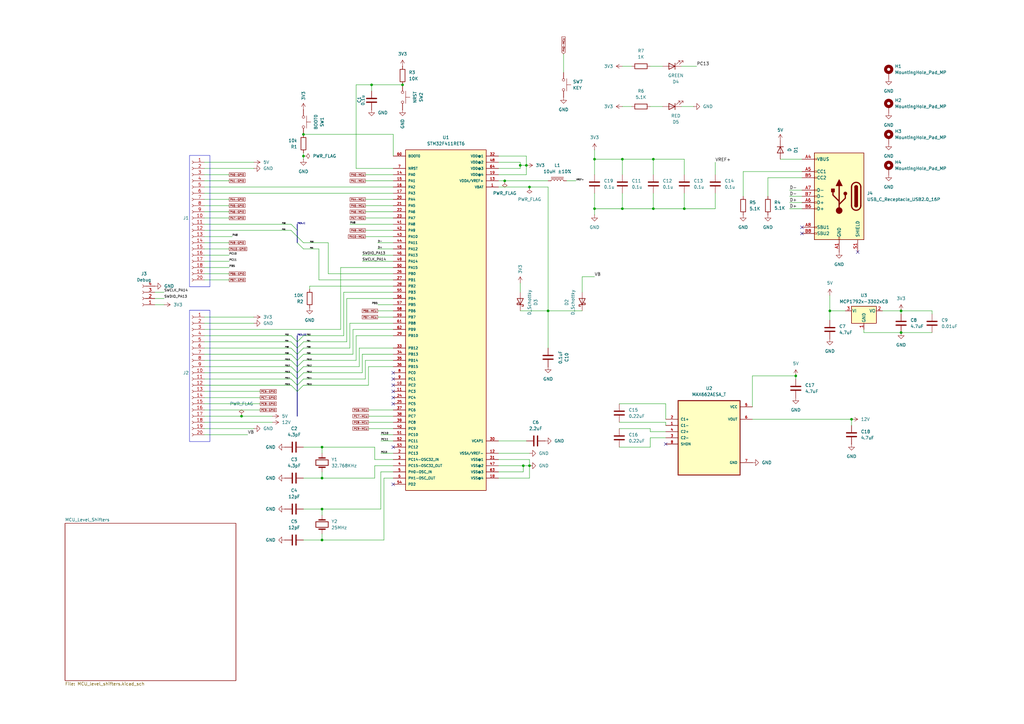
<source format=kicad_sch>
(kicad_sch (version 20250114) (generator "eeschema") (generator_version "9.0")
  (paper "A3")
  (rectangle (start 77.724 63.754) (end 86.106 117.602))
  (rectangle (start 77.724 127.254) (end 86.106 181.102))
  (junction (at 213.36 67.818))
  (junction (at 340.36 127.508))
  (junction (at 369.57 127.508))
  (junction (at 165.1 34.798))
  (junction (at 132.08 208.788))
  (junction (at 99.06 170.688))
  (junction (at 267.97 65.278))
  (junction (at 255.27 65.278))
  (junction (at 349.25 171.958))
  (junction (at 243.84 65.278))
  (junction (at 217.17 76.708))
  (junction (at 255.27 85.598))
  (junction (at 124.46 64.008))
  (junction (at 124.46 55.118))
  (junction (at 326.39 154.178))
  (junction (at 267.97 85.598))
  (junction (at 152.4 34.798))
  (junction (at 215.9 67.818))
  (junction (at 243.84 85.598))
  (junction (at 207.01 74.168))
  (junction (at 132.08 221.488))
  (junction (at 224.79 127.508))
  (junction (at 369.57 136.398))
  (junction (at 132.08 183.388))
  (junction (at 214.63 191.008))
  (junction (at 132.08 196.088))
  (junction (at 217.17 191.008))
  (junction (at 280.67 85.598))
  (no_connect (at 161.29 165.608))
  (no_connect (at 161.29 163.068))
  (no_connect (at 328.93 95.758))
  (no_connect (at 273.05 182.118))
  (no_connect (at 161.29 152.908))
  (no_connect (at 161.29 155.448))
  (no_connect (at 161.29 183.388))
  (no_connect (at 328.93 93.218))
  (no_connect (at 161.29 160.528))
  (no_connect (at 161.29 157.988))
  (no_connect (at 351.79 103.378))
  (no_connect (at 161.29 198.628))
  (bus_entry (at 121.92 155.448) (size 2.54 -2.54))
  (bus_entry (at 119.38 147.828) (size 2.54 2.54))
  (bus_entry (at 121.92 142.748) (size -2.54 -2.54))
  (bus_entry (at 119.38 150.368) (size 2.54 2.54))
  (bus_entry (at 119.38 145.288) (size 2.54 2.54))
  (bus_entry (at 121.92 152.908) (size 2.54 -2.54))
  (bus_entry (at 121.92 140.208) (size -2.54 -2.54))
  (bus_entry (at 119.38 152.908) (size 2.54 2.54))
  (bus_entry (at 121.92 160.528) (size 2.54 -2.54))
  (bus_entry (at 119.38 91.948) (size 2.54 2.54))
  (bus_entry (at 119.38 94.488) (size 2.54 2.54))
  (bus_entry (at 121.92 150.368) (size 2.54 -2.54))
  (bus_entry (at 121.92 147.828) (size 2.54 -2.54))
  (bus_entry (at 119.38 157.988) (size 2.54 2.54))
  (bus_entry (at 121.92 145.288) (size 2.54 -2.54))
  (bus_entry (at 121.92 97.028) (size 2.54 2.54))
  (bus_entry (at 121.92 157.988) (size 2.54 -2.54))
  (bus_entry (at 121.92 142.748) (size 2.54 -2.54))
  (bus_entry (at 119.38 142.748) (size 2.54 2.54))
  (bus_entry (at 121.92 140.208) (size 2.54 -2.54))
  (bus_entry (at 124.46 102.108) (size -2.54 -2.54))
  (bus_entry (at 119.38 155.448) (size 2.54 2.54))
  (wire (pts (xy 161.29 135.128) (xy 144.78 135.128)))
  (wire (pts (xy 151.13 168.148) (xy 161.29 168.148)))
  (bus (pts (xy 121.92 142.748) (xy 121.92 145.288)))
  (wire (pts (xy 161.29 191.008) (xy 153.67 191.008)))
  (wire (pts (xy 243.84 79.248) (xy 243.84 85.598)))
  (wire (pts (xy 382.27 127.508) (xy 382.27 128.778)))
  (wire (pts (xy 63.5 122.428) (xy 67.31 122.428)))
  (wire (pts (xy 148.59 152.908) (xy 124.46 152.908)))
  (wire (pts (xy 224.79 127.508) (xy 238.76 127.508)))
  (wire (pts (xy 140.97 119.888) (xy 140.97 137.668)))
  (wire (pts (xy 83.82 86.868) (xy 93.98 86.868)))
  (wire (pts (xy 83.82 104.648) (xy 93.98 104.648)))
  (wire (pts (xy 207.01 74.168) (xy 224.79 74.168)))
  (wire (pts (xy 346.71 127.508) (xy 340.36 127.508)))
  (wire (pts (xy 224.79 127.508) (xy 224.79 142.748)))
  (wire (pts (xy 369.57 127.508) (xy 369.57 128.778)))
  (wire (pts (xy 323.85 80.518) (xy 328.93 80.518)))
  (wire (pts (xy 204.47 71.628) (xy 215.9 71.628)))
  (wire (pts (xy 149.86 94.488) (xy 161.29 94.488)))
  (wire (pts (xy 83.82 152.908) (xy 119.38 152.908)))
  (wire (pts (xy 213.36 69.088) (xy 213.36 67.818)))
  (wire (pts (xy 154.94 127.508) (xy 161.29 127.508)))
  (bus (pts (xy 121.92 155.448) (xy 121.92 157.988)))
  (wire (pts (xy 217.17 76.708) (xy 224.79 76.708)))
  (wire (pts (xy 151.13 175.768) (xy 161.29 175.768)))
  (wire (pts (xy 83.82 66.548) (xy 104.14 66.548)))
  (wire (pts (xy 204.47 64.008) (xy 215.9 64.008)))
  (wire (pts (xy 149.86 74.168) (xy 161.29 74.168)))
  (wire (pts (xy 361.95 127.508) (xy 369.57 127.508)))
  (wire (pts (xy 266.7 177.038) (xy 266.7 175.768)))
  (wire (pts (xy 217.17 196.088) (xy 217.17 191.008)))
  (wire (pts (xy 280.67 85.598) (xy 293.37 85.598)))
  (wire (pts (xy 83.82 97.028) (xy 95.25 97.028)))
  (wire (pts (xy 144.78 135.128) (xy 144.78 145.288)))
  (wire (pts (xy 83.82 137.668) (xy 119.38 137.668)))
  (wire (pts (xy 267.97 85.598) (xy 267.97 79.248)))
  (wire (pts (xy 143.51 142.748) (xy 124.46 142.748)))
  (wire (pts (xy 127 117.348) (xy 127 118.618)))
  (wire (pts (xy 132.08 208.788) (xy 156.21 208.788)))
  (wire (pts (xy 266.7 183.388) (xy 254 183.388)))
  (bus (pts (xy 121.92 145.288) (xy 121.92 147.828)))
  (wire (pts (xy 231.14 22.098) (xy 231.14 29.718)))
  (wire (pts (xy 255.27 65.278) (xy 255.27 71.628)))
  (wire (pts (xy 124.46 55.118) (xy 161.29 55.118)))
  (wire (pts (xy 83.82 145.288) (xy 119.38 145.288)))
  (wire (pts (xy 266.7 27.178) (xy 271.78 27.178)))
  (wire (pts (xy 156.21 208.788) (xy 156.21 193.548)))
  (wire (pts (xy 63.5 124.968) (xy 67.31 124.968)))
  (wire (pts (xy 83.82 165.608) (xy 106.68 165.608)))
  (wire (pts (xy 134.62 112.268) (xy 161.29 112.268)))
  (bus (pts (xy 121.92 152.908) (xy 121.92 155.448)))
  (wire (pts (xy 146.05 69.088) (xy 161.29 69.088)))
  (wire (pts (xy 243.84 61.468) (xy 243.84 65.278)))
  (wire (pts (xy 323.85 85.598) (xy 328.93 85.598)))
  (wire (pts (xy 144.78 145.288) (xy 124.46 145.288)))
  (wire (pts (xy 267.97 85.598) (xy 280.67 85.598)))
  (wire (pts (xy 224.79 76.708) (xy 224.79 127.508)))
  (wire (pts (xy 83.82 112.268) (xy 93.98 112.268)))
  (wire (pts (xy 151.13 170.688) (xy 161.29 170.688)))
  (wire (pts (xy 243.84 85.598) (xy 243.84 88.138)))
  (wire (pts (xy 255.27 85.598) (xy 267.97 85.598)))
  (wire (pts (xy 101.6 178.308) (xy 83.82 178.308)))
  (wire (pts (xy 204.47 188.468) (xy 217.17 188.468)))
  (wire (pts (xy 124.46 221.488) (xy 132.08 221.488)))
  (wire (pts (xy 161.29 122.428) (xy 142.24 122.428)))
  (wire (pts (xy 273.05 173.228) (xy 273.05 174.498)))
  (wire (pts (xy 238.76 113.538) (xy 238.76 119.888)))
  (wire (pts (xy 349.25 174.498) (xy 349.25 171.958)))
  (wire (pts (xy 326.39 154.178) (xy 326.39 155.448)))
  (wire (pts (xy 161.29 55.118) (xy 161.29 64.008)))
  (wire (pts (xy 149.86 97.028) (xy 161.29 97.028)))
  (wire (pts (xy 213.36 66.548) (xy 213.36 67.818)))
  (wire (pts (xy 255.27 79.248) (xy 255.27 85.598)))
  (wire (pts (xy 153.67 191.008) (xy 153.67 196.088)))
  (wire (pts (xy 124.46 64.008) (xy 124.46 62.738)))
  (wire (pts (xy 130.81 114.808) (xy 130.81 102.108)))
  (wire (pts (xy 323.85 83.058) (xy 328.93 83.058)))
  (wire (pts (xy 255.27 27.178) (xy 259.08 27.178)))
  (wire (pts (xy 280.67 85.598) (xy 280.67 79.248)))
  (wire (pts (xy 83.82 89.408) (xy 93.98 89.408)))
  (wire (pts (xy 161.29 188.468) (xy 153.67 188.468)))
  (wire (pts (xy 146.05 137.668) (xy 146.05 147.828)))
  (wire (pts (xy 255.27 43.688) (xy 259.08 43.688)))
  (wire (pts (xy 83.82 157.988) (xy 119.38 157.988)))
  (wire (pts (xy 161.29 142.748) (xy 147.32 142.748)))
  (wire (pts (xy 161.29 109.728) (xy 139.7 109.728)))
  (wire (pts (xy 154.94 124.968) (xy 161.29 124.968)))
  (wire (pts (xy 215.9 64.008) (xy 215.9 67.818)))
  (wire (pts (xy 156.21 180.848) (xy 161.29 180.848)))
  (wire (pts (xy 124.46 208.788) (xy 132.08 208.788)))
  (bus (pts (xy 121.92 140.208) (xy 121.92 142.748)))
  (wire (pts (xy 83.82 102.108) (xy 93.98 102.108)))
  (wire (pts (xy 104.14 130.048) (xy 83.82 130.048)))
  (wire (pts (xy 255.27 65.278) (xy 243.84 65.278)))
  (wire (pts (xy 232.41 74.168) (xy 236.22 74.168)))
  (wire (pts (xy 152.4 37.338) (xy 152.4 34.798)))
  (wire (pts (xy 161.29 145.288) (xy 148.59 145.288)))
  (wire (pts (xy 369.57 127.508) (xy 382.27 127.508)))
  (wire (pts (xy 83.82 135.128) (xy 139.7 135.128)))
  (wire (pts (xy 149.86 155.448) (xy 124.46 155.448)))
  (wire (pts (xy 83.82 109.728) (xy 93.98 109.728)))
  (wire (pts (xy 140.97 137.668) (xy 124.46 137.668)))
  (wire (pts (xy 161.29 147.828) (xy 149.86 147.828)))
  (wire (pts (xy 243.84 113.538) (xy 238.76 113.538)))
  (wire (pts (xy 293.37 85.598) (xy 293.37 79.248)))
  (wire (pts (xy 161.29 119.888) (xy 140.97 119.888)))
  (wire (pts (xy 124.46 196.088) (xy 132.08 196.088)))
  (wire (pts (xy 267.97 65.278) (xy 255.27 65.278)))
  (wire (pts (xy 369.57 136.398) (xy 382.27 136.398)))
  (wire (pts (xy 214.63 193.548) (xy 214.63 191.008)))
  (wire (pts (xy 83.82 114.808) (xy 93.98 114.808)))
  (wire (pts (xy 130.81 114.808) (xy 161.29 114.808)))
  (wire (pts (xy 204.47 76.708) (xy 217.17 76.708)))
  (wire (pts (xy 143.51 132.588) (xy 143.51 142.748)))
  (wire (pts (xy 354.33 135.128) (xy 354.33 136.398)))
  (wire (pts (xy 83.82 74.168) (xy 93.98 74.168)))
  (wire (pts (xy 204.47 193.548) (xy 214.63 193.548)))
  (wire (pts (xy 83.82 91.948) (xy 119.38 91.948)))
  (wire (pts (xy 153.67 183.388) (xy 132.08 183.388)))
  (wire (pts (xy 157.48 221.488) (xy 157.48 196.088)))
  (bus (pts (xy 121.92 150.368) (xy 121.92 152.908)))
  (wire (pts (xy 83.82 147.828) (xy 119.38 147.828)))
  (bus (pts (xy 121.92 97.028) (xy 121.92 99.568)))
  (wire (pts (xy 148.59 145.288) (xy 148.59 152.908)))
  (wire (pts (xy 154.94 102.108) (xy 161.29 102.108)))
  (wire (pts (xy 161.29 117.348) (xy 127 117.348)))
  (wire (pts (xy 308.61 154.178) (xy 326.39 154.178)))
  (wire (pts (xy 154.94 130.048) (xy 161.29 130.048)))
  (wire (pts (xy 124.46 102.108) (xy 130.81 102.108)))
  (wire (pts (xy 308.61 154.178) (xy 308.61 166.878)))
  (wire (pts (xy 83.82 142.748) (xy 119.38 142.748)))
  (wire (pts (xy 83.82 94.488) (xy 119.38 94.488)))
  (wire (pts (xy 273.05 177.038) (xy 266.7 177.038)))
  (wire (pts (xy 146.05 69.088) (xy 146.05 34.798)))
  (wire (pts (xy 308.61 171.958) (xy 349.25 171.958)))
  (wire (pts (xy 280.67 65.278) (xy 267.97 65.278)))
  (wire (pts (xy 83.82 71.628) (xy 93.98 71.628)))
  (bus (pts (xy 121.92 91.948) (xy 121.92 94.488)))
  (wire (pts (xy 83.82 150.368) (xy 119.38 150.368)))
  (wire (pts (xy 63.5 119.888) (xy 67.31 119.888)))
  (wire (pts (xy 279.4 43.688) (xy 284.48 43.688)))
  (wire (pts (xy 266.7 175.768) (xy 254 175.768)))
  (wire (pts (xy 149.86 71.628) (xy 161.29 71.628)))
  (wire (pts (xy 142.24 122.428) (xy 142.24 140.208)))
  (wire (pts (xy 83.82 76.708) (xy 161.29 76.708)))
  (wire (pts (xy 279.4 27.178) (xy 285.75 27.178)))
  (wire (pts (xy 213.36 127.508) (xy 224.79 127.508)))
  (wire (pts (xy 266.7 43.688) (xy 271.78 43.688)))
  (wire (pts (xy 213.36 67.818) (xy 215.9 67.818)))
  (wire (pts (xy 328.93 70.358) (xy 304.8 70.358)))
  (wire (pts (xy 273.05 165.608) (xy 254 165.608)))
  (wire (pts (xy 83.82 107.188) (xy 93.98 107.188)))
  (wire (pts (xy 146.05 34.798) (xy 152.4 34.798)))
  (wire (pts (xy 280.67 71.628) (xy 280.67 65.278)))
  (wire (pts (xy 273.05 173.228) (xy 254 173.228)))
  (bus (pts (xy 121.92 147.828) (xy 121.92 150.368)))
  (wire (pts (xy 124.46 65.278) (xy 124.46 64.008)))
  (wire (pts (xy 151.13 150.368) (xy 151.13 157.988)))
  (wire (pts (xy 142.24 140.208) (xy 124.46 140.208)))
  (wire (pts (xy 304.8 70.358) (xy 304.8 80.518)))
  (wire (pts (xy 156.21 178.308) (xy 161.29 178.308)))
  (wire (pts (xy 204.47 69.088) (xy 213.36 69.088)))
  (wire (pts (xy 148.59 107.188) (xy 161.29 107.188)))
  (wire (pts (xy 149.86 84.328) (xy 161.29 84.328)))
  (wire (pts (xy 273.05 179.578) (xy 266.7 179.578)))
  (wire (pts (xy 204.47 180.848) (xy 215.9 180.848)))
  (wire (pts (xy 104.14 175.768) (xy 83.82 175.768)))
  (wire (pts (xy 132.08 208.788) (xy 132.08 211.328)))
  (wire (pts (xy 153.67 196.088) (xy 132.08 196.088)))
  (wire (pts (xy 152.4 34.798) (xy 165.1 34.798)))
  (wire (pts (xy 83.82 160.528) (xy 106.68 160.528)))
  (wire (pts (xy 147.32 142.748) (xy 147.32 150.368)))
  (wire (pts (xy 124.46 99.568) (xy 134.62 99.568)))
  (wire (pts (xy 161.29 132.588) (xy 143.51 132.588)))
  (wire (pts (xy 204.47 185.928) (xy 217.17 185.928)))
  (wire (pts (xy 273.05 171.958) (xy 273.05 165.608)))
  (wire (pts (xy 153.67 188.468) (xy 153.67 183.388)))
  (wire (pts (xy 204.47 191.008) (xy 214.63 191.008)))
  (wire (pts (xy 328.93 72.898) (xy 314.96 72.898)))
  (wire (pts (xy 124.46 183.388) (xy 132.08 183.388)))
  (wire (pts (xy 204.47 74.168) (xy 207.01 74.168)))
  (wire (pts (xy 243.84 85.598) (xy 255.27 85.598)))
  (wire (pts (xy 161.29 150.368) (xy 151.13 150.368)))
  (wire (pts (xy 139.7 109.728) (xy 139.7 135.128)))
  (wire (pts (xy 83.82 99.568) (xy 93.98 99.568)))
  (wire (pts (xy 204.47 66.548) (xy 213.36 66.548)))
  (wire (pts (xy 204.47 196.088) (xy 217.17 196.088)))
  (bus (pts (xy 121.92 137.668) (xy 121.92 140.208)))
  (wire (pts (xy 143.51 91.948) (xy 161.29 91.948)))
  (wire (pts (xy 146.05 147.828) (xy 124.46 147.828)))
  (wire (pts (xy 340.36 121.158) (xy 340.36 127.508)))
  (wire (pts (xy 83.82 79.248) (xy 161.29 79.248)))
  (wire (pts (xy 149.86 147.828) (xy 149.86 155.448)))
  (wire (pts (xy 293.37 66.548) (xy 293.37 71.628)))
  (wire (pts (xy 323.85 77.978) (xy 328.93 77.978)))
  (wire (pts (xy 83.82 81.788) (xy 93.98 81.788)))
  (wire (pts (xy 314.96 72.898) (xy 314.96 80.518)))
  (bus (pts (xy 121.92 160.528) (xy 121.92 170.688)))
  (wire (pts (xy 83.82 173.228) (xy 111.76 173.228)))
  (wire (pts (xy 243.84 65.278) (xy 243.84 71.628)))
  (wire (pts (xy 151.13 173.228) (xy 161.29 173.228)))
  (wire (pts (xy 83.82 140.208) (xy 119.38 140.208)))
  (wire (pts (xy 83.82 84.328) (xy 93.98 84.328)))
  (bus (pts (xy 121.92 94.488) (xy 121.92 97.028)))
  (wire (pts (xy 132.08 196.088) (xy 132.08 193.548)))
  (wire (pts (xy 217.17 188.468) (xy 217.17 191.008)))
  (wire (pts (xy 132.08 218.948) (xy 132.08 221.488)))
  (wire (pts (xy 215.9 71.628) (xy 215.9 67.818)))
  (wire (pts (xy 147.32 150.368) (xy 124.46 150.368)))
  (wire (pts (xy 111.76 170.688) (xy 99.06 170.688)))
  (wire (pts (xy 83.82 155.448) (xy 119.38 155.448)))
  (wire (pts (xy 151.13 157.988) (xy 124.46 157.988)))
  (wire (pts (xy 154.94 99.568) (xy 161.29 99.568)))
  (wire (pts (xy 104.14 132.588) (xy 83.82 132.588)))
  (bus (pts (xy 121.92 157.988) (xy 121.92 160.528)))
  (wire (pts (xy 132.08 185.928) (xy 132.08 183.388)))
  (wire (pts (xy 161.29 196.088) (xy 157.48 196.088)))
  (wire (pts (xy 132.08 221.488) (xy 157.48 221.488)))
  (wire (pts (xy 99.06 170.688) (xy 83.82 170.688)))
  (wire (pts (xy 149.86 81.788) (xy 161.29 81.788)))
  (wire (pts (xy 148.59 104.648) (xy 161.29 104.648)))
  (wire (pts (xy 161.29 137.668) (xy 146.05 137.668)))
  (wire (pts (xy 213.36 116.078) (xy 213.36 119.888)))
  (wire (pts (xy 134.62 112.268) (xy 134.62 99.568)))
  (wire (pts (xy 161.29 193.548) (xy 156.21 193.548)))
  (wire (pts (xy 149.86 86.868) (xy 161.29 86.868)))
  (wire (pts (xy 214.63 191.008) (xy 217.17 191.008)))
  (wire (pts (xy 267.97 65.278) (xy 267.97 71.628)))
  (wire (pts (xy 149.86 89.408) (xy 161.29 89.408)))
  (wire (pts (xy 354.33 136.398) (xy 369.57 136.398)))
  (wire (pts (xy 83.82 168.148) (xy 106.68 168.148)))
  (wire (pts (xy 156.21 185.928) (xy 161.29 185.928)))
  (wire (pts (xy 83.82 163.068) (xy 106.68 163.068)))
  (wire (pts (xy 320.04 65.278) (xy 328.93 65.278)))
  (wire (pts (xy 340.36 127.508) (xy 340.36 131.318)))
  (wire (pts (xy 266.7 179.578) (xy 266.7 183.388)))
  (wire (pts (xy 83.82 69.088) (xy 104.14 69.088)))
  (label "VB" (at 243.84 113.538 0))
  (label "PC13" (at 285.75 27.178 0))
  (label "D-" (at 154.94 99.568 0) (effects (font (size 0.762 0.762))))
  (label "D+" (at 323.85 83.058 0))
  (label "PB10" (at 116.84 147.828 0) (effects (font (size 0.508 0.508))))
  (label "PB9" (at 116.84 145.288 0) (effects (font (size 0.508 0.508))))
  (label "D-" (at 323.85 80.518 0))
  (label "PB0" (at 127 99.568 0) (effects (font (size 0.508 0.508))))
  (label "PB4" (at 125.73 140.208 0) (effects (font (size 0.508 0.508))))
  (label "PC10" (at 156.21 178.308 0) (effects (font (size 0.762 0.762))))
  (label "PB10" (at 125.73 147.828 0) (effects (font (size 0.508 0.508))))
  (label "D+" (at 323.85 85.598 0))
  (label "PB12" (at 125.73 150.368 0) (effects (font (size 0.508 0.508))))
  (label "PB3" (at 116.84 137.668 0) (effects (font (size 0.508 0.508))))
  (label "SWCLK_PA14" (at 148.59 107.188 0) (effects (font (size 1.016 1.016))))
  (label "PB0" (at 115.57 91.948 0) (effects (font (size 0.508 0.508))))
  (label "PA8" (at 95.25 97.028 0) (effects (font (size 0.762 0.762))))
  (label "PB4" (at 116.84 140.208 0) (effects (font (size 0.508 0.508))))
  (label "SWDIO_PA13" (at 148.59 104.648 0) (effects (font (size 1.016 1.016))))
  (label "SWCLK_PA14" (at 67.31 119.888 0) (effects (font (size 1.016 1.016))))
  (label "D-" (at 323.85 77.978 0))
  (label "PB15" (at 116.84 157.988 0) (effects (font (size 0.508 0.508))))
  (label "PB8" (at 125.73 142.748 0) (effects (font (size 0.508 0.508))))
  (label "VREF+" (at 293.37 66.548 0))
  (label "VB" (at 101.6 178.308 0))
  (label "PB12" (at 116.84 150.368 0) (effects (font (size 0.508 0.508))))
  (label "PB5" (at 93.98 109.728 0) (effects (font (size 0.762 0.762))))
  (label "SWDIO_PA13" (at 67.31 122.428 0) (effects (font (size 1.016 1.016))))
  (label "PB13" (at 116.84 152.908 0) (effects (font (size 0.508 0.508))))
  (label "PC10" (at 93.98 104.648 0) (effects (font (size 0.762 0.762))))
  (label "PB9" (at 125.73 145.288 0) (effects (font (size 0.508 0.508))))
  (label "PB[0..1]" (at 121.92 91.948 0) (effects (font (size 0.508 0.508))))
  (label "PB3" (at 125.73 137.668 0) (effects (font (size 0.508 0.508))))
  (label "D+" (at 154.94 102.108 0) (effects (font (size 0.762 0.762))))
  (label "PB[3..15]" (at 121.92 137.668 0) (effects (font (size 0.508 0.508))))
  (label "PB13" (at 125.73 152.908 0) (effects (font (size 0.508 0.508))))
  (label "PB15" (at 125.73 157.988 0) (effects (font (size 0.508 0.508))))
  (label "PB5" (at 154.94 124.968 180) (effects (font (size 0.762 0.762))))
  (label "PB8" (at 116.84 142.748 0) (effects (font (size 0.508 0.508))))
  (label "PC11" (at 93.98 107.188 0) (effects (font (size 0.762 0.762))))
  (label "PB14" (at 116.84 155.448 0) (effects (font (size 0.508 0.508))))
  (label "PB1" (at 115.57 94.488 0) (effects (font (size 0.508 0.508))))
  (label "VREF+" (at 236.22 74.168 0) (effects (font (size 0.635 0.635))))
  (label "PC13" (at 156.21 185.928 0) (effects (font (size 0.635 0.635))))
  (label "PB14" (at 125.73 155.448 0) (effects (font (size 0.508 0.508))))
  (label "PA8" (at 143.51 91.948 0) (effects (font (size 0.762 0.762))))
  (label "PC11" (at 156.21 180.848 0) (effects (font (size 0.762 0.762))))
  (label "PB1" (at 127 102.108 0) (effects (font (size 0.508 0.508))))
  (global_label "PC8-GPIO" (shape passive) (at 106.68 165.608 0) (effects (font (size 0.762 0.762))) (property "Intersheetrefs" "${INTERSHEET_REFS}" (effects (hide yes))))
  (global_label "PC7-GPIO" (shape passive) (at 106.68 163.068 0) (effects (font (size 0.762 0.762))) (property "Intersheetrefs" "${INTERSHEET_REFS}" (effects (hide yes))))
  (global_label "PA0-GPIO" (shape passive) (at 93.98 71.628 0) (effects (font (size 0.762 0.762))) (property "Intersheetrefs" "${INTERSHEET_REFS}" (effects (hide yes))))
  (global_label "PA10-GPIO" (shape passive) (at 93.98 102.108 0) (effects (font (size 0.762 0.762))) (property "Intersheetrefs" "${INTERSHEET_REFS}" (effects (hide yes))))
  (global_label "PB6-MCU" (shape passive) (at 154.94 127.508 180) (effects (font (size 0.762 0.762))) (property "Intersheetrefs" "${INTERSHEET_REFS}" (effects (hide yes))))
  (global_label "PA4-GPIO" (shape passive) (at 93.98 81.788 0) (effects (font (size 0.762 0.762))) (property "Intersheetrefs" "${INTERSHEET_REFS}" (effects (hide yes))))
  (global_label "PC7-MCU" (shape passive) (at 151.13 170.688 180) (effects (font (size 0.762 0.762))) (property "Intersheetrefs" "${INTERSHEET_REFS}" (effects (hide yes))))
  (global_label "PA6-MCU" (shape passive) (at 149.86 86.868 180) (effects (font (size 0.762 0.762))) (property "Intersheetrefs" "${INTERSHEET_REFS}" (effects (hide yes))))
  (global_label "PB7-GPIO" (shape passive) (at 93.98 114.808 0) (effects (font (size 0.762 0.762))) (property "Intersheetrefs" "${INTERSHEET_REFS}" (effects (hide yes))))
  (global_label "PA10-MCU" (shape passive) (at 149.86 97.028 180) (effects (font (size 0.762 0.762))) (property "Intersheetrefs" "${INTERSHEET_REFS}" (effects (hide yes))))
  (global_label "PC9-GPIO" (shape passive) (at 106.68 168.148 0) (effects (font (size 0.762 0.762))) (property "Intersheetrefs" "${INTERSHEET_REFS}" (effects (hide yes))))
  (global_label "PA5-MCU" (shape passive) (at 149.86 84.328 180) (effects (font (size 0.762 0.762))) (property "Intersheetrefs" "${INTERSHEET_REFS}" (effects (hide yes))))
  (global_label "PA5-GPIO" (shape passive) (at 93.98 84.328 0) (effects (font (size 0.762 0.762))) (property "Intersheetrefs" "${INTERSHEET_REFS}" (effects (hide yes))))
  (global_label "PA4-MCU" (shape passive) (at 149.86 81.788 180) (effects (font (size 0.762 0.762))) (property "Intersheetrefs" "${INTERSHEET_REFS}" (effects (hide yes))))
  (global_label "PC6-MCU" (shape passive) (at 151.13 168.148 180) (effects (font (size 0.762 0.762))) (property "Intersheetrefs" "${INTERSHEET_REFS}" (effects (hide yes))))
  (global_label "PA0-MCU" (shape passive) (at 149.86 71.628 180) (effects (font (size 0.762 0.762))) (property "Intersheetrefs" "${INTERSHEET_REFS}" (effects (hide yes))))
  (global_label "PA7-MCU" (shape passive) (at 149.86 89.408 180) (effects (font (size 0.762 0.762))) (property "Intersheetrefs" "${INTERSHEET_REFS}" (effects (hide yes))))
  (global_label "PC9-MCU" (shape passive) (at 151.13 175.768 180) (effects (font (size 0.762 0.762))) (property "Intersheetrefs" "${INTERSHEET_REFS}" (effects (hide yes))))
  (global_label "PC8-MCU" (shape passive) (at 151.13 173.228 180) (effects (font (size 0.762 0.762))) (property "Intersheetrefs" "${INTERSHEET_REFS}" (effects (hide yes))))
  (global_label "PC6-GPIO" (shape passive) (at 106.68 160.528 0) (effects (font (size 0.762 0.762))) (property "Intersheetrefs" "${INTERSHEET_REFS}" (effects (hide yes))))
  (global_label "PA1-GPIO" (shape passive) (at 93.98 74.168 0) (effects (font (size 0.762 0.762))) (property "Intersheetrefs" "${INTERSHEET_REFS}" (effects (hide yes))))
  (global_label "PA6-GPIO" (shape passive) (at 93.98 86.868 0) (effects (font (size 0.762 0.762))) (property "Intersheetrefs" "${INTERSHEET_REFS}" (effects (hide yes))))
  (global_label "PA9-GPIO" (shape passive) (at 93.98 99.568 0) (effects (font (size 0.762 0.762))) (property "Intersheetrefs" "${INTERSHEET_REFS}" (effects (hide yes))))
  (global_label "PA7-GPIO" (shape passive) (at 93.98 89.408 0) (effects (font (size 0.762 0.762))) (property "Intersheetrefs" "${INTERSHEET_REFS}" (effects (hide yes))))
  (global_label "PA1-MCU" (shape passive) (at 149.86 74.168 180) (effects (font (size 0.762 0.762))) (property "Intersheetrefs" "${INTERSHEET_REFS}" (effects (hide yes))))
  (global_label "PB6-GPIO" (shape passive) (at 93.98 112.268 0) (effects (font (size 0.762 0.762))) (property "Intersheetrefs" "${INTERSHEET_REFS}" (effects (hide yes))))
  (global_label "PB7-MCU" (shape passive) (at 154.94 130.048 180) (effects (font (size 0.762 0.762))) (property "Intersheetrefs" "${INTERSHEET_REFS}" (effects (hide yes))))
  (global_label "PA9-MCU" (shape passive) (at 149.86 94.488 180) (effects (font (size 0.762 0.762))) (property "Intersheetrefs" "${INTERSHEET_REFS}" (effects (hide yes))))
  (global_label "PA0-MCU" (shape input) (at 231.14 22.098 90) (effects (font (size 0.762 0.762))) (property "Intersheetrefs" "${INTERSHEET_REFS}" (effects (hide yes))))
  (symbol (lib_id "power:GND") (at 152.4 44.958 0) (unit 1)
    (property "Reference" "#PWR012" (effects (hide yes)))
    (property "Value" "GND" (at 154.94 46.2279 0) (effects (justify left)))
    (property "Description" "Power symbol creates a global label with name \"GND\" , ground" (effects (hide yes)))
  )
  (symbol (lib_id "power:VCC") (at 369.57 127.508 0) (unit 1)
    (property "Reference" "#PWR043" (effects (hide yes)))
    (property "Value" "3V3" (at 369.57 122.428 0))
    (property "Description" "Power symbol creates a global label with name \"VCC\"" (effects (hide yes)))
  )
  (symbol (lib_id "Device:C") (at 120.65 208.788 90) (unit 1)
    (property "Reference" "C4" (at 120.65 201.168 90))
    (property "Value" "12pF" (at 120.65 203.708 90))
    (property "Footprint" "Capacitor_SMD:C_0603_1608Metric_Pad1.08x0.95mm_HandSolder" (effects (hide yes)))
    (property "Description" "Unpolarized capacitor" (effects (hide yes)))
  )
  (symbol (lib_id "power:GND") (at 223.52 180.848 90) (unit 1)
    (property "Reference" "#PWR018" (effects (hide yes)))
    (property "Value" "GND" (at 227.33 180.8479 90) (effects (justify right)))
    (property "Description" "Power symbol creates a global label with name \"GND\" , ground" (effects (hide yes)))
  )
  (symbol (lib_id "Device:C") (at 293.37 75.438 0) (unit 1)
    (property "Reference" "C14" (at 297.18 74.1679 0) (effects (justify left)))
    (property "Value" "0.1u" (at 297.18 76.7079 0) (effects (justify left)))
    (property "Footprint" "Capacitor_SMD:C_0603_1608Metric_Pad1.08x0.95mm_HandSolder" (effects (hide yes)))
    (property "Description" "Unpolarized capacitor" (effects (hide yes)))
  )
  (symbol (lib_id "power:VCC") (at 349.25 171.958 270) (unit 1)
    (property "Reference" "#PWR059" (effects (hide yes)))
    (property "Value" "12V" (at 353.06 171.9579 90) (effects (justify left)))
    (property "Description" "Power symbol creates a global label with name \"VCC\"" (effects (hide yes)))
  )
  (symbol (lib_id "power:GND") (at 116.84 196.088 270) (unit 1)
    (property "Reference" "#PWR015" (effects (hide yes)))
    (property "Value" "GND" (at 113.03 196.0879 90) (effects (justify right)))
    (property "Description" "Power symbol creates a global label with name \"GND\" , ground" (effects (hide yes)))
  )
  (symbol (lib_id "Device:D_Schottky") (at 213.36 123.698 270) (mirror x) (unit 1)
    (property "Reference" "D3" (at 219.71 124.0155 0))
    (property "Value" "D_Schottky" (at 217.17 124.0155 0))
    (property "Footprint" "Diode_SMD:D_0603_1608Metric_Pad1.05x0.95mm_HandSolder" (effects (hide yes)))
    (property "Description" "Schottky diode" (effects (hide yes)))
  )
  (symbol (lib_id "power:GND") (at 284.48 43.688 90) (unit 1)
    (property "Reference" "#PWR049" (effects (hide yes)))
    (property "Value" "GND" (at 288.29 43.6879 90) (effects (justify right)))
    (property "Description" "Power symbol creates a global label with name \"GND\" , ground" (effects (hide yes)))
  )
  (symbol (lib_id "Device:R") (at 262.89 43.688 90) (unit 1)
    (property "Reference" "R6" (at 262.89 37.338 90))
    (property "Value" "5.1K" (at 262.89 39.878 90))
    (property "Footprint" "Resistor_SMD:R_0603_1608Metric_Pad0.98x0.95mm_HandSolder" (effects (hide yes)))
    (property "Description" "Resistor" (effects (hide yes)))
  )
  (symbol (lib_id "power:VCC") (at 165.1 27.178 0) (unit 1)
    (property "Reference" "#PWR011" (effects (hide yes)))
    (property "Value" "3V3" (at 165.1 22.098 0))
    (property "Description" "Power symbol creates a global label with name \"VCC\"" (effects (hide yes)))
  )
  (symbol (lib_id "Device:L_Iron") (at 228.6 74.168 90) (unit 1)
    (property "Reference" "L1" (at 228.6 67.818 90))
    (property "Value" "10uH ±10%" (at 228.6 70.358 90))
    (property "Footprint" "Inductor_SMD:L_0603_1608Metric_Pad1.05x0.95mm_HandSolder" (effects (hide yes)))
    (property "Description" "Inductor with iron core" (effects (hide yes)))
  )
  (symbol (lib_id "Device:C") (at 349.25 178.308 0) (unit 1)
    (property "Reference" "C18" (at 353.06 177.0379 0) (effects (justify left)))
    (property "Value" "4.7uF" (at 353.06 179.5779 0) (effects (justify left)))
    (property "Footprint" "Capacitor_SMD:C_0603_1608Metric_Pad1.08x0.95mm_HandSolder" (effects (hide yes)))
    (property "Description" "Unpolarized capacitor" (effects (hide yes)))
  )
  (symbol (lib_id "Device:C") (at 340.36 135.128 0) (unit 1)
    (property "Reference" "C7" (at 344.17 133.8579 0) (effects (justify left)))
    (property "Value" "4.7uF" (at 344.17 136.3979 0) (effects (justify left)))
    (property "Footprint" "Capacitor_SMD:C_0603_1608Metric_Pad1.08x0.95mm_HandSolder" (effects (hide yes)))
    (property "Description" "Unpolarized capacitor" (effects (hide yes)))
  )
  (symbol (lib_id "power:GND") (at 127 126.238 0) (unit 1)
    (property "Reference" "#PWR07" (effects (hide yes)))
    (property "Value" "GND" (at 127 131.318 0))
    (property "Description" "Power symbol creates a global label with name \"GND\" , ground" (effects (hide yes)))
  )
  (symbol (lib_id "Device:R") (at 314.96 84.328 0) (unit 1)
    (property "Reference" "R4" (at 317.5 83.0579 0) (effects (justify left)))
    (property "Value" "5.1K" (at 322.072 85.344 0) (effects (justify right)))
    (property "Footprint" "Resistor_SMD:R_0603_1608Metric_Pad0.98x0.95mm_HandSolder" (effects (hide yes)))
    (property "Description" "Resistor" (effects (hide yes)))
  )
  (symbol (lib_id "Switch:SW_Push") (at 231.14 34.798 270) (unit 1)
    (property "Reference" "SW7" (at 234.95 33.5279 90) (effects (justify left)))
    (property "Value" "KEY" (at 234.95 36.0679 90) (effects (justify left)))
    (property "Footprint" "Button_Switch_THT:SW_PUSH_6mm" (effects (hide yes)))
    (property "Description" "Push button switch, generic, two pins" (effects (hide yes)))
  )
  (symbol (lib_id "Device:D") (at 320.04 61.468 270) (unit 1)
    (property "Reference" "D1" (at 326.39 61.468 0))
    (property "Value" "D" (at 323.85 61.468 0))
    (property "Footprint" "Diode_SMD:D_0603_1608Metric_Pad1.05x0.95mm_HandSolder" (effects (hide yes)))
    (property "Description" "Diode" (effects (hide yes)))
    (property "Sim.Device" "D" (effects (hide yes)))
    (property "Sim.Pins" "1=K 2=A" (effects (hide yes)))
  )
  (symbol (lib_id "Connector:Conn_01x04_Socket") (at 58.42 122.428 180) (unit 1)
    (property "Reference" "J3" (at 59.055 112.268 0))
    (property "Value" "Debug" (at 59.055 114.808 0))
    (property "Footprint" "Connector_Hirose:Hirose_DF13-04P-1.25DSA_1x04_P1.25mm_Vertical" (effects (hide yes)))
    (property "Description" "Generic connector, single row, 01x04, script generated" (effects (hide yes)))
  )
  (symbol (lib_id "power:PWR_FLAG") (at 217.17 76.708 180) (unit 1)
    (property "Reference" "#FLG07" (effects (hide yes)))
    (property "Value" "PWR_FLAG" (at 217.17 81.788 0))
    (property "Description" "Special symbol for telling ERC where power comes from" (effects (hide yes)))
  )
  (symbol (lib_id "power:GND") (at 224.79 150.368 0) (unit 1)
    (property "Reference" "#PWR045" (effects (hide yes)))
    (property "Value" "GND" (at 224.79 155.448 0))
    (property "Description" "Power symbol creates a global label with name \"GND\" , ground" (effects (hide yes)))
  )
  (symbol (lib_id "power:GND") (at 116.84 208.788 270) (unit 1)
    (property "Reference" "#PWR016" (effects (hide yes)))
    (property "Value" "GND" (at 113.03 208.7879 90) (effects (justify right)))
    (property "Description" "Power symbol creates a global label with name \"GND\" , ground" (effects (hide yes)))
  )
  (symbol (lib_id "Mechanical:MountingHole_Pad_MP") (at 364.49 56.388 0) (unit 1) (in_bom no)
    (property "Reference" "H3" (at 367.03 53.8479 0) (effects (justify left)))
    (property "Value" "MountingHole_Pad_MP" (at 367.03 56.3879 0) (effects (justify left)))
    (property "Footprint" "MountingHole:MountingHole_3.2mm_M3_DIN965_Pad_TopBottom" (effects (hide yes)))
    (property "Description" "Mounting Hole with connection as pad named MP" (effects (hide yes)))
  )
  (symbol (lib_id "power:GND") (at 349.25 182.118 0) (unit 1)
    (property "Reference" "#PWR056" (effects (hide yes)))
    (property "Value" "GND" (at 349.25 187.198 0))
    (property "Description" "Power symbol creates a global label with name \"GND\" , ground" (effects (hide yes)))
  )
  (symbol (lib_id "power:GND") (at 314.96 88.138 0) (unit 1)
    (property "Reference" "#PWR022" (effects (hide yes)))
    (property "Value" "GND" (at 314.96 93.218 0))
    (property "Description" "Power symbol creates a global label with name \"GND\" , ground" (effects (hide yes)))
  )
  (symbol (lib_id "power:VCC") (at 326.39 154.178 0) (unit 1)
    (property "Reference" "#PWR058" (effects (hide yes)))
    (property "Value" "5V" (at 326.39 149.098 0))
    (property "Description" "Power symbol creates a global label with name \"VCC\"" (effects (hide yes)))
  )
  (symbol (lib_id "Connector:USB_C_Receptacle_USB2.0_16P") (at 344.17 80.518 0) (mirror y) (unit 1)
    (property "Reference" "J4" (at 355.6 79.2479 0) (effects (justify right)))
    (property "Value" "USB_C_Receptacle_USB2.0_16P" (at 355.6 81.7879 0) (effects (justify right)))
    (property "Footprint" "Connector_USB:USB_C_Receptacle_G-Switch_GT-USB-7010ASV" (effects (hide yes)))
    (property "Datasheet" "https://www.usb.org/sites/default/files/documents/usb_type-c.zip" (effects (hide yes)))
    (property "Description" "USB 2.0-only 16P Type-C Receptacle connector" (effects (hide yes)))
  )
  (symbol (lib_id "power:GND") (at 364.49 46.228 0) (unit 1)
    (property "Reference" "#PWR097" (effects (hide yes)))
    (property "Value" "GND" (at 364.49 51.308 0))
    (property "Description" "Power symbol creates a global label with name \"GND\" , ground" (effects (hide yes)))
  )
  (symbol (lib_id "power:PWR_FLAG") (at 124.46 64.008 270) (unit 1)
    (property "Reference" "#FLG03" (effects (hide yes)))
    (property "Value" "PWR_FLAG" (at 128.27 64.0079 90) (effects (justify left)))
    (property "Description" "Special symbol for telling ERC where power comes from" (effects (hide yes)))
  )
  (symbol (lib_id "Device:C") (at 152.4 41.148 0) (unit 1)
    (property "Reference" "C1" (at 147.32 40.894 90))
    (property "Value" "0.1u" (at 148.844 41.148 90))
    (property "Footprint" "Capacitor_SMD:C_0603_1608Metric_Pad1.08x0.95mm_HandSolder" (effects (hide yes)))
    (property "Description" "Unpolarized capacitor" (effects (hide yes)))
  )
  (symbol (lib_id "Device:C") (at 382.27 132.588 0) (unit 1)
    (property "Reference" "C9" (at 386.08 131.3179 0) (effects (justify left)))
    (property "Value" "0.01uF" (at 386.08 133.8579 0) (effects (justify left)))
    (property "Footprint" "Capacitor_SMD:C_0603_1608Metric_Pad1.08x0.95mm_HandSolder" (effects (hide yes)))
    (property "Description" "Unpolarized capacitor" (effects (hide yes)))
  )
  (symbol (lib_id "Mechanical:MountingHole_Pad_MP") (at 364.49 29.718 0) (unit 1) (in_bom no)
    (property "Reference" "H1" (at 367.03 27.1779 0) (effects (justify left)))
    (property "Value" "MountingHole_Pad_MP" (at 367.03 29.7179 0) (effects (justify left)))
    (property "Footprint" "MountingHole:MountingHole_3.2mm_M3_DIN965_Pad_TopBottom" (effects (hide yes)))
    (property "Description" "Mounting Hole with connection as pad named MP" (effects (hide yes)))
  )
  (symbol (lib_id "power:GND") (at 364.49 71.628 0) (unit 1)
    (property "Reference" "#PWR099" (effects (hide yes)))
    (property "Value" "GND" (at 364.49 76.708 0))
    (property "Description" "Power symbol creates a global label with name \"GND\" , ground" (effects (hide yes)))
  )
  (symbol (lib_id "Device:C") (at 267.97 75.438 0) (unit 1)
    (property "Reference" "C12" (at 271.78 74.1679 0) (effects (justify left)))
    (property "Value" "0.1u" (at 271.78 76.7079 0) (effects (justify left)))
    (property "Footprint" "Capacitor_SMD:C_0603_1608Metric_Pad1.08x0.95mm_HandSolder" (effects (hide yes)))
    (property "Description" "Unpolarized capacitor" (effects (hide yes)))
  )
  (symbol (lib_id "power:GND") (at 369.57 136.398 0) (unit 1)
    (property "Reference" "#PWR044" (effects (hide yes)))
    (property "Value" "GND" (at 369.57 141.478 0))
    (property "Description" "Power symbol creates a global label with name \"GND\" , ground" (effects (hide yes)))
  )
  (symbol (lib_id "power:VCC") (at 124.46 44.958 0) (unit 1)
    (property "Reference" "#PWR01" (effects (hide yes)))
    (property "Value" "3V3" (at 124.4601 41.148 90) (effects (justify left)))
    (property "Description" "Power symbol creates a global label with name \"VCC\"" (effects (hide yes)))
  )
  (symbol (lib_id "Device:C") (at 280.67 75.438 0) (unit 1)
    (property "Reference" "C13" (at 284.48 74.1679 0) (effects (justify left)))
    (property "Value" "0.1u" (at 284.48 76.7079 0) (effects (justify left)))
    (property "Footprint" "Capacitor_SMD:C_0603_1608Metric_Pad1.08x0.95mm_HandSolder" (effects (hide yes)))
    (property "Description" "Unpolarized capacitor" (effects (hide yes)))
  )
  (symbol (lib_id "power:GND") (at 340.36 138.938 0) (unit 1)
    (property "Reference" "#PWR042" (effects (hide yes)))
    (property "Value" "GND" (at 340.36 144.018 0))
    (property "Description" "Power symbol creates a global label with name \"GND\" , ground" (effects (hide yes)))
  )
  (symbol (lib_id "Device:C") (at 255.27 75.438 0) (unit 1)
    (property "Reference" "C11" (at 259.08 74.1679 0) (effects (justify left)))
    (property "Value" "0.1u" (at 259.08 76.7079 0) (effects (justify left)))
    (property "Footprint" "Capacitor_SMD:C_0603_1608Metric_Pad1.08x0.95mm_HandSolder" (effects (hide yes)))
    (property "Description" "Unpolarized capacitor" (effects (hide yes)))
  )
  (symbol (lib_id "power:VCC") (at 213.36 116.078 0) (unit 1)
    (property "Reference" "#PWR046" (effects (hide yes)))
    (property "Value" "3V3" (at 213.3601 112.268 90) (effects (justify left)))
    (property "Description" "Power symbol creates a global label with name \"VCC\"" (effects (hide yes)))
  )
  (symbol (lib_id "Regulator_Linear:MCP1792x-3302xCB") (at 354.33 127.508 0) (unit 1)
    (property "Reference" "U3" (at 354.33 121.158 0))
    (property "Value" "MCP1792x-3302xCB" (at 354.33 123.698 0))
    (property "Footprint" "Package_TO_SOT_SMD:SOT-23" (effects (hide yes)))
    (property "Datasheet" "https://ww1.microchip.com/downloads/aemDocuments/documents/APID/ProductDocuments/DataSheets/MCP1792-Family-Data-Sheet-DS20006229D.pdf" (effects (hide yes)))
    (property "Description" "100mA Low Quiscent Current LDO, 4.5-55V input, 3.3V output, SOT-23" (effects (hide yes)))
  )
  (symbol (lib_id "Device:C") (at 120.65 196.088 90) (unit 1)
    (property "Reference" "C3" (at 120.65 188.468 90))
    (property "Value" "4.3pF" (at 120.65 191.008 90))
    (property "Footprint" "Capacitor_SMD:C_0603_1608Metric_Pad1.08x0.95mm_HandSolder" (effects (hide yes)))
    (property "Description" "Unpolarized capacitor" (effects (hide yes)))
  )
  (symbol (lib_id "power:VCC") (at 111.76 170.688 270) (unit 1)
    (property "Reference" "#PWR08" (effects (hide yes)))
    (property "Value" "5V" (at 115.57 170.6879 90) (effects (justify left)))
    (property "Description" "Power symbol creates a global label with name \"VCC\"" (effects (hide yes)))
  )
  (symbol (lib_id "Connector:Conn_01x20_Socket") (at 78.74 152.908 0) (mirror y) (unit 1)
    (property "Reference" "J2" (at 77.47 152.9079 0) (effects (justify left)))
    (property "Value" "Conn_01x20_Socket" (effects (hide yes)))
    (property "Footprint" "Connector_JST:JST_XA_B20B-XASK-1-A_1x20_P2.50mm_Vertical" (effects (hide yes)))
    (property "Description" "Generic connector, single row, 01x20, script generated" (effects (hide yes)))
  )
  (symbol (lib_id "power:GND") (at 364.49 32.258 0) (unit 1)
    (property "Reference" "#PWR096" (effects (hide yes)))
    (property "Value" "GND" (at 364.49 37.338 0))
    (property "Description" "Power symbol creates a global label with name \"GND\" , ground" (effects (hide yes)))
  )
  (symbol (lib_id "Device:C") (at 120.65 221.488 90) (unit 1)
    (property "Reference" "C5" (at 120.65 213.868 90))
    (property "Value" "12pF" (at 120.65 216.408 90))
    (property "Footprint" "Capacitor_SMD:C_0603_1608Metric_Pad1.08x0.95mm_HandSolder" (effects (hide yes)))
    (property "Description" "Unpolarized capacitor" (effects (hide yes)))
  )
  (symbol (lib_id "power:GND") (at 326.39 163.068 0) (unit 1)
    (property "Reference" "#PWR055" (effects (hide yes)))
    (property "Value" "GND" (at 326.39 168.148 0))
    (property "Description" "Power symbol creates a global label with name \"GND\" , ground" (effects (hide yes)))
  )
  (symbol (lib_id "Device:LED") (at 275.59 27.178 180) (unit 1)
    (property "Reference" "D4" (at 277.1775 33.528 0))
    (property "Value" "GREEN" (at 277.1775 30.988 0))
    (property "Footprint" "LED_SMD:LED_0603_1608Metric_Pad1.05x0.95mm_HandSolder" (effects (hide yes)))
    (property "Description" "Light emitting diode" (effects (hide yes)))
    (property "Sim.Pins" "1=K 2=A" (effects (hide yes)))
  )
  (symbol (lib_id "power:VCC") (at 104.14 66.548 270) (unit 1)
    (property "Reference" "#PWR04" (effects (hide yes)))
    (property "Value" "5V" (at 107.95 66.5479 90) (effects (justify left)))
    (property "Description" "Power symbol creates a global label with name \"VCC\"" (effects (hide yes)))
  )
  (symbol (lib_id "power:GND") (at 116.84 183.388 270) (unit 1)
    (property "Reference" "#PWR014" (effects (hide yes)))
    (property "Value" "GND" (at 113.03 183.3879 90) (effects (justify right)))
    (property "Description" "Power symbol creates a global label with name \"GND\" , ground" (effects (hide yes)))
  )
  (symbol (lib_id "STM32F411RET6:STM32F411RET6") (at 184.15 127.508 0) (unit 1)
    (property "Reference" "U1" (at 182.88 56.388 0))
    (property "Value" "STM32F411RET6" (at 182.88 58.928 0))
    (property "Footprint" "STM32F411RET6:QFP50P1200X1200X160-64N" (effects (hide yes)))
    (property "MF" "STMicroelectronics" (effects (hide yes)))
    (property "Description_1" "ARM® Cortex®-M4 STM32F4 Microcontroller IC 32-Bit Single-Core 100MHz 512KB (512K x 8) FLASH 64-LQFP (10x10)" (effects (hide yes)))
    (property "Package" "LQFP-64 STMicroelectronics" (effects (hide yes)))
    (property "Price" "None" (effects (hide yes)))
    (property "Check_prices" "https://www.snapeda.com/parts/STM32F411RET6/STMicroelectronics/view-part/?ref=eda" (effects (hide yes)))
    (property "SnapEDA_Link" "https://www.snapeda.com/parts/STM32F411RET6/STMicroelectronics/view-part/?ref=snap" (effects (hide yes)))
    (property "MP" "STM32F411RET6" (effects (hide yes)))
    (property "Availability" "In Stock" (effects (hide yes)))
    (property "MANUFACTURER" "ST Microelectronics" (effects (hide yes)))
  )
  (symbol (lib_id "Device:R") (at 262.89 27.178 90) (unit 1)
    (property "Reference" "R7" (at 262.89 20.828 90))
    (property "Value" "1K" (at 262.89 23.368 90))
    (property "Footprint" "Resistor_SMD:R_0603_1608Metric_Pad0.98x0.95mm_HandSolder" (effects (hide yes)))
    (property "Description" "Resistor" (effects (hide yes)))
  )
  (symbol (lib_id "Device:Crystal") (at 132.08 215.138 90) (unit 1)
    (property "Reference" "Y2" (at 135.89 213.8679 90) (effects (justify right)))
    (property "Value" "25MHz" (at 135.89 216.4079 90) (effects (justify right)))
    (property "Footprint" "Crystal:Crystal_SMD_HC49-SD" (effects (hide yes)))
    (property "Description" "Two pin crystal" (effects (hide yes)))
  )
  (symbol (lib_id "power:GND") (at 231.14 39.878 0) (unit 1)
    (property "Reference" "#PWR025" (effects (hide yes)))
    (property "Value" "GND" (at 231.14 44.958 0))
    (property "Description" "Power symbol creates a global label with name \"GND\" , ground" (effects (hide yes)))
  )
  (symbol (lib_id "Device:R") (at 124.46 58.928 180) (unit 1)
    (property "Reference" "R1" (at 121.92 60.1981 0) (effects (justify left)))
    (property "Value" "10k" (at 121.92 57.6581 0) (effects (justify left)))
    (property "Footprint" "Resistor_SMD:R_0603_1608Metric_Pad0.98x0.95mm_HandSolder" (effects (hide yes)))
    (property "Description" "Resistor" (effects (hide yes)))
  )
  (symbol (lib_id "power:VCC") (at 243.84 61.468 0) (unit 1)
    (property "Reference" "#PWR050" (effects (hide yes)))
    (property "Value" "3V3" (at 243.84 56.388 0))
    (property "Description" "Power symbol creates a global label with name \"VCC\"" (effects (hide yes)))
  )
  (symbol (lib_id "Mechanical:MountingHole_Pad_MP") (at 364.49 43.688 0) (unit 1) (in_bom no)
    (property "Reference" "H2" (at 367.03 41.1479 0) (effects (justify left)))
    (property "Value" "MountingHole_Pad_MP" (at 367.03 43.6879 0) (effects (justify left)))
    (property "Footprint" "MountingHole:MountingHole_3.2mm_M3_DIN965_Pad_TopBottom" (effects (hide yes)))
    (property "Description" "Mounting Hole with connection as pad named MP" (effects (hide yes)))
  )
  (symbol (lib_id "Device:C") (at 243.84 75.438 0) (unit 1)
    (property "Reference" "C19" (at 247.65 74.1679 0) (effects (justify left)))
    (property "Value" "0.1u" (at 247.65 76.7079 0) (effects (justify left)))
    (property "Footprint" "Capacitor_SMD:C_0603_1608Metric_Pad1.08x0.95mm_HandSolder" (effects (hide yes)))
    (property "Description" "Unpolarized capacitor" (effects (hide yes)))
  )
  (symbol (lib_id "power:GND") (at 165.1 44.958 0) (unit 1)
    (property "Reference" "#PWR013" (effects (hide yes)))
    (property "Value" "GND" (at 165.1001 48.768 90) (effects (justify right)))
    (property "Description" "Power symbol creates a global label with name \"GND\" , ground" (effects (hide yes)))
  )
  (symbol (lib_id "Device:C") (at 219.71 180.848 90) (unit 1)
    (property "Reference" "C6" (at 219.71 173.228 90))
    (property "Value" "2.2uF" (at 219.71 175.768 90))
    (property "Footprint" "Capacitor_SMD:C_0603_1608Metric_Pad1.08x0.95mm_HandSolder" (effects (hide yes)))
    (property "Description" "Unpolarized capacitor" (effects (hide yes)))
  )
  (symbol (lib_id "power:PWR_FLAG") (at 207.01 74.168 180) (unit 1)
    (property "Reference" "#FLG06" (effects (hide yes)))
    (property "Value" "PWR_FLAG" (at 207.01 79.248 0))
    (property "Description" "Special symbol for telling ERC where power comes from" (effects (hide yes)))
  )
  (symbol (lib_id "power:VCC") (at 340.36 121.158 0) (unit 1)
    (property "Reference" "#PWR041" (effects (hide yes)))
    (property "Value" "5V" (at 340.36 116.078 0))
    (property "Description" "Power symbol creates a global label with name \"VCC\"" (effects (hide yes)))
  )
  (symbol (lib_id "power:GND") (at 104.14 69.088 90) (unit 1)
    (property "Reference" "#PWR03" (effects (hide yes)))
    (property "Value" "GND" (at 107.95 69.0879 90) (effects (justify right)))
    (property "Description" "Power symbol creates a global label with name \"GND\" , ground" (effects (hide yes)))
  )
  (symbol (lib_id "Device:R") (at 127 122.428 180) (unit 1)
    (property "Reference" "R2" (at 124.46 123.6981 0) (effects (justify left)))
    (property "Value" "10K" (at 124.46 121.1581 0) (effects (justify left)))
    (property "Footprint" "Resistor_SMD:R_0603_1608Metric_Pad0.98x0.95mm_HandSolder" (effects (hide yes)))
    (property "Description" "Resistor" (effects (hide yes)))
  )
  (symbol (lib_id "power:GND") (at 63.5 117.348 90) (unit 1)
    (property "Reference" "#PWR020" (effects (hide yes)))
    (property "Value" "GND" (at 67.31 117.3479 90) (effects (justify right)))
    (property "Description" "Power symbol creates a global label with name \"GND\" , ground" (effects (hide yes)))
  )
  (symbol (lib_id "Device:C") (at 120.65 183.388 90) (unit 1)
    (property "Reference" "C2" (at 120.65 175.768 90))
    (property "Value" "4.3pF" (at 120.65 178.308 90))
    (property "Footprint" "Capacitor_SMD:C_0603_1608Metric_Pad1.08x0.95mm_HandSolder" (effects (hide yes)))
    (property "Description" "Unpolarized capacitor" (effects (hide yes)))
  )
  (symbol (lib_id "power:GND") (at 104.14 132.588 90) (unit 1)
    (property "Reference" "#PWR06" (effects (hide yes)))
    (property "Value" "GND" (at 107.95 132.5879 90) (effects (justify right)))
    (property "Description" "Power symbol creates a global label with name \"GND\" , ground" (effects (hide yes)))
  )
  (symbol (lib_id "power:GND") (at 124.46 65.278 0) (unit 1)
    (property "Reference" "#PWR02" (effects (hide yes)))
    (property "Value" "GND" (at 124.46 70.358 0))
    (property "Description" "Power symbol creates a global label with name \"GND\" , ground" (effects (hide yes)))
  )
  (symbol (lib_id "Device:Crystal") (at 132.08 189.738 90) (unit 1)
    (property "Reference" "Y1" (at 135.89 188.4679 90) (effects (justify right)))
    (property "Value" "32.768KHz" (at 135.89 191.0079 90) (effects (justify right)))
    (property "Footprint" "Crystal:Crystal_SMD_3215-2Pin_3.2x1.5mm" (effects (hide yes)))
    (property "Description" "Two pin crystal" (effects (hide yes)))
  )
  (symbol (lib_id "Device:C") (at 369.57 132.588 0) (unit 1)
    (property "Reference" "C8" (at 373.38 131.3179 0) (effects (justify left)))
    (property "Value" "4.7uF" (at 373.38 133.8579 0) (effects (justify left)))
    (property "Footprint" "Capacitor_SMD:C_0603_1608Metric_Pad1.08x0.95mm_HandSolder" (effects (hide yes)))
    (property "Description" "Unpolarized capacitor" (effects (hide yes)))
  )
  (symbol (lib_id "Switch:SW_Push") (at 124.46 50.038 270) (unit 1)
    (property "Reference" "SW1" (at 132.08 50.038 0))
    (property "Value" "BOOT0" (at 129.54 50.038 0))
    (property "Footprint" "Button_Switch_THT:SW_PUSH_6mm" (effects (hide yes)))
    (property "Description" "Push button switch, generic, two pins" (effects (hide yes)))
  )
  (symbol (lib_id "Device:C") (at 254 169.418 0) (unit 1)
    (property "Reference" "C15" (at 257.81 168.1479 0) (effects (justify left)))
    (property "Value" "0.22uF" (at 257.81 170.6879 0) (effects (justify left)))
    (property "Footprint" "Capacitor_SMD:C_0603_1608Metric_Pad1.08x0.95mm_HandSolder" (effects (hide yes)))
    (property "Description" "Unpolarized capacitor" (effects (hide yes)))
  )
  (symbol (lib_id "power:GND") (at 344.17 103.378 0) (unit 1)
    (property "Reference" "#PWR019" (effects (hide yes)))
    (property "Value" "GND" (at 344.17 108.458 0))
    (property "Description" "Power symbol creates a global label with name \"GND\" , ground" (effects (hide yes)))
  )
  (symbol (lib_id "power:GND") (at 217.17 191.008 90) (unit 1)
    (property "Reference" "#PWR053" (effects (hide yes)))
    (property "Value" "GND" (at 220.98 191.0079 90) (effects (justify right)))
    (property "Description" "Power symbol creates a global label with name \"GND\" , ground" (effects (hide yes)))
  )
  (symbol (lib_id "power:GND") (at 104.14 175.768 90) (unit 1)
    (property "Reference" "#PWR010" (effects (hide yes)))
    (property "Value" "GND" (at 107.95 175.7679 90) (effects (justify right)))
    (property "Description" "Power symbol creates a global label with name \"GND\" , ground" (effects (hide yes)))
  )
  (symbol (lib_id "power:VCC") (at 104.14 130.048 270) (unit 1)
    (property "Reference" "#PWR05" (effects (hide yes)))
    (property "Value" "3V3" (at 107.95 130.0479 90) (effects (justify left)))
    (property "Description" "Power symbol creates a global label with name \"VCC\"" (effects (hide yes)))
  )
  (symbol (lib_id "power:VCC") (at 255.27 43.688 90) (unit 1)
    (property "Reference" "#PWR048" (effects (hide yes)))
    (property "Value" "3V3" (at 251.46 43.6879 90) (effects (justify left)))
    (property "Description" "Power symbol creates a global label with name \"VCC\"" (effects (hide yes)))
  )
  (symbol (lib_id "Switch:SW_Push") (at 165.1 39.878 270) (unit 1)
    (property "Reference" "SW2" (at 172.72 39.878 0))
    (property "Value" "NRST" (at 170.18 39.878 0))
    (property "Footprint" "Button_Switch_THT:SW_PUSH_6mm" (effects (hide yes)))
    (property "Description" "Push button switch, generic, two pins" (effects (hide yes)))
  )
  (symbol (lib_id "Device:C") (at 326.39 159.258 0) (unit 1)
    (property "Reference" "C17" (at 330.2 157.9879 0) (effects (justify left)))
    (property "Value" "4.7uF" (at 330.2 160.5279 0) (effects (justify left)))
    (property "Footprint" "Capacitor_SMD:C_0603_1608Metric_Pad1.08x0.95mm_HandSolder" (effects (hide yes)))
    (property "Description" "Unpolarized capacitor" (effects (hide yes)))
  )
  (symbol (lib_id "power:GND") (at 304.8 88.138 0) (unit 1)
    (property "Reference" "#PWR023" (effects (hide yes)))
    (property "Value" "GND" (at 304.8 93.218 0))
    (property "Description" "Power symbol creates a global label with name \"GND\" , ground" (effects (hide yes)))
  )
  (symbol (lib_id "Device:C") (at 254 179.578 0) (unit 1)
    (property "Reference" "C16" (at 257.81 178.3079 0) (effects (justify left)))
    (property "Value" "0.22uF" (at 257.81 180.8479 0) (effects (justify left)))
    (property "Footprint" "Capacitor_SMD:C_0603_1608Metric_Pad1.08x0.95mm_HandSolder" (effects (hide yes)))
    (property "Description" "Unpolarized capacitor" (effects (hide yes)))
  )
  (symbol (lib_id "power:VCC") (at 255.27 27.178 90) (unit 1)
    (property "Reference" "#PWR047" (effects (hide yes)))
    (property "Value" "3V3" (at 251.46 27.1779 90) (effects (justify left)))
    (property "Description" "Power symbol creates a global label with name \"VCC\"" (effects (hide yes)))
  )
  (symbol (lib_id "MAX662AESA_T:MAX662AESA_T") (at 290.83 179.578 0) (unit 1)
    (property "Reference" "U2" (at 290.83 159.258 0))
    (property "Value" "MAX662AESA_T" (at 290.83 161.798 0))
    (property "Footprint" "MAX662AESA+T:SOIC127P600X175-8N" (effects (hide yes)))
    (property "MF" "Analog Devices" (effects (hide yes)))
    (property "Description_1" "12V, 30mA Flash Memory Programming Supply" (effects (hide yes)))
    (property "Package" "SOIC-8 Maxim" (effects (hide yes)))
    (property "Price" "None" (effects (hide yes)))
    (property "Check_prices" "https://www.snapeda.com/parts/MAX662AESA+T/Analog+Devices/view-part/?ref=eda" (effects (hide yes)))
    (property "SnapEDA_Link" "https://www.snapeda.com/parts/MAX662AESA+T/Analog+Devices/view-part/?ref=snap" (effects (hide yes)))
    (property "MP" "MAX662AESA+T" (effects (hide yes)))
    (property "Availability" "In Stock" (effects (hide yes)))
    (property "Manufacturer" "Maxim Integrated" (effects (hide yes)))
  )
  (symbol (lib_id "Mechanical:MountingHole_Pad_MP") (at 364.49 69.088 0) (unit 1) (in_bom no)
    (property "Reference" "H4" (at 367.03 66.5479 0) (effects (justify left)))
    (property "Value" "MountingHole_Pad_MP" (at 367.03 69.0879 0) (effects (justify left)))
    (property "Footprint" "MountingHole:MountingHole_3.2mm_M3_DIN965_Pad_TopBottom" (effects (hide yes)))
    (property "Description" "Mounting Hole with connection as pad named MP" (effects (hide yes)))
  )
  (symbol (lib_id "power:VCC") (at 67.31 124.968 270) (unit 1)
    (property "Reference" "#PWR021" (effects (hide yes)))
    (property "Value" "3V3" (at 71.12 124.9679 90) (effects (justify left)))
    (property "Description" "Power symbol creates a global label with name \"VCC\"" (effects (hide yes)))
  )
  (symbol (lib_id "power:VCC") (at 215.9 67.818 270) (unit 1)
    (property "Reference" "#PWR052" (effects (hide yes)))
    (property "Value" "3V3" (at 219.71 67.8179 90) (effects (justify left)))
    (property "Description" "Power symbol creates a global label with name \"VCC\"" (effects (hide yes)))
  )
  (symbol (lib_id "Device:D_Schottky") (at 238.76 123.698 90) (unit 1)
    (property "Reference" "D2" (at 232.41 124.0155 0))
    (property "Value" "D_Schottky" (at 234.95 124.0155 0))
    (property "Footprint" "Diode_SMD:D_0603_1608Metric_Pad1.05x0.95mm_HandSolder" (effects (hide yes)))
    (property "Description" "Schottky diode" (effects (hide yes)))
  )
  (symbol (lib_id "Device:R") (at 304.8 84.328 0) (unit 1)
    (property "Reference" "R5" (at 307.34 83.0579 0) (effects (justify left)))
    (property "Value" "5.1K" (at 307.34 85.5979 0) (effects (justify left)))
    (property "Footprint" "Resistor_SMD:R_0603_1608Metric_Pad0.98x0.95mm_HandSolder" (effects (hide yes)))
    (property "Description" "Resistor" (effects (hide yes)))
  )
  (symbol (lib_id "power:PWR_FLAG") (at 99.06 170.688 0) (unit 1)
    (property "Reference" "#FLG05" (effects (hide yes)))
    (property "Value" "PWR_FLAG" (at 99.06 165.608 0))
    (property "Description" "Special symbol for telling ERC where power comes from" (effects (hide yes)))
  )
  (symbol (lib_id "power:GND") (at 116.84 221.488 270) (unit 1)
    (property "Reference" "#PWR017" (effects (hide yes)))
    (property "Value" "GND" (at 113.03 221.4879 90) (effects (justify right)))
    (property "Description" "Power symbol creates a global label with name \"GND\" , ground" (effects (hide yes)))
  )
  (symbol (lib_id "Connector:Conn_01x20_Socket") (at 78.74 89.408 0) (mirror y) (unit 1)
    (property "Reference" "J1" (at 77.47 89.4079 0) (effects (justify left)))
    (property "Value" "Conn_01x20_Socket" (effects (hide yes)))
    (property "Footprint" "Connector_JST:JST_XA_B20B-XASK-1-A_1x20_P2.50mm_Vertical" (effects (hide yes)))
    (property "Description" "Generic connector, single row, 01x20, script generated" (effects (hide yes)))
  )
  (symbol (lib_id "Device:R") (at 165.1 30.988 0) (unit 1)
    (property "Reference" "R3" (at 167.64 29.7179 0) (effects (justify left)))
    (property "Value" "10K" (at 167.64 32.2579 0) (effects (justify left)))
    (property "Footprint" "Resistor_SMD:R_0603_1608Metric_Pad0.98x0.95mm_HandSolder" (effects (hide yes)))
    (property "Description" "Resistor" (effects (hide yes)))
  )
  (symbol (lib_id "power:GND") (at 308.61 189.738 90) (unit 1)
    (property "Reference" "#PWR057" (effects (hide yes)))
    (property "Value" "GND" (at 312.42 189.7379 90) (effects (justify right)))
    (property "Description" "Power symbol creates a global label with name \"GND\" , ground" (effects (hide yes)))
  )
  (symbol (lib_id "power:GND") (at 217.17 185.928 90) (unit 1)
    (property "Reference" "#PWR054" (effects (hide yes)))
    (property "Value" "GND" (at 220.98 185.9279 90) (effects (justify right)))
    (property "Description" "Power symbol creates a global label with name \"GND\" , ground" (effects (hide yes)))
  )
  (symbol (lib_id "Device:C") (at 224.79 146.558 0) (unit 1)
    (property "Reference" "C10" (at 232.41 146.558 90))
    (property "Value" "0.1uF" (at 229.87 146.558 90))
    (property "Footprint" "Capacitor_SMD:C_0603_1608Metric_Pad1.08x0.95mm_HandSolder" (effects (hide yes)))
    (property "Description" "Unpolarized capacitor" (effects (hide yes)))
  )
  (symbol (lib_id "Device:LED") (at 275.59 43.688 180) (unit 1)
    (property "Reference" "D5" (at 277.1775 50.038 0))
    (property "Value" "RED" (at 277.1775 47.498 0))
    (property "Footprint" "LED_SMD:LED_0603_1608Metric_Pad1.05x0.95mm_HandSolder" (effects (hide yes)))
    (property "Description" "Light emitting diode" (effects (hide yes)))
    (property "Sim.Pins" "1=K 2=A" (effects (hide yes)))
  )
  (symbol (lib_id "power:VCC") (at 111.76 173.228 270) (unit 1)
    (property "Reference" "#PWR09" (effects (hide yes)))
    (property "Value" "12V" (at 115.57 173.2279 90) (effects (justify left)))
    (property "Description" "Power symbol creates a global label with name \"VCC\"" (effects (hide yes)))
  )
  (symbol (lib_id "power:VCC") (at 320.04 57.658 0) (unit 1)
    (property "Reference" "#PWR024" (effects (hide yes)))
    (property "Value" "5V" (at 318.77 53.34 0) (effects (justify left)))
    (property "Description" "Power symbol creates a global label with name \"VCC\"" (effects (hide yes)))
  )
  (symbol (lib_id "power:GND") (at 364.49 58.928 0) (unit 1)
    (property "Reference" "#PWR098" (effects (hide yes)))
    (property "Value" "GND" (at 364.49 64.008 0))
    (property "Description" "Power symbol creates a global label with name \"GND\" , ground" (effects (hide yes)))
  )
  (symbol (lib_id "power:GND") (at 243.84 88.138 0) (unit 1)
    (property "Reference" "#PWR051" (effects (hide yes)))
    (property "Value" "GND" (at 243.84 93.218 0))
    (property "Description" "Power symbol creates a global label with name \"GND\" , ground" (effects (hide yes)))
  )
  (sheet (at 26.67 214.63) (size 70.104 64.516) (stroke (width 0.1524))
    (property "Sheetname" "MCU_Level_Shifters" (at 26.67 213.9184 0) (effects (justify left bottom)))
    (property "Sheetfile" "MCU_level_shifters.kicad_sch" (at 26.67 279.7306 0) (effects (justify left top)))
  )
)
</source>
